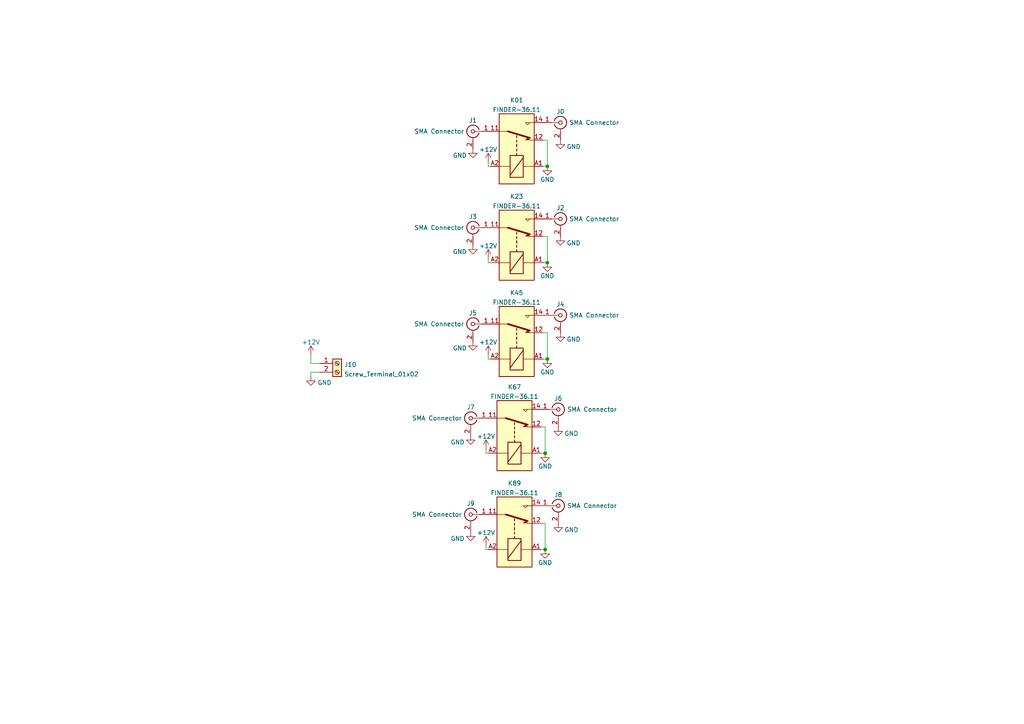
<source format=kicad_sch>
(kicad_sch (version 20211123) (generator eeschema)
  (paper "A4")
  (lib_symbols
    (symbol "Connector:Conn_Coaxial" (pin_names (offset 1.016) hide)
      (property "Reference" "J" (at 0.254 3.048 0))
      (property "Value" "SMA Connector" (at 2.921 0 90))
      (symbol "Conn_Coaxial_0_1"
        (arc (start -1.778 -0.508) (mid 0.222 -1.808) (end 1.778 0) (stroke (width 0.254)))
        (polyline (pts (xy -2.54 0) (xy -0.508 0)))
        (polyline (pts (xy 0 -2.54) (xy 0 -1.778)))
        (circle (center 0 0) (radius 0.508) (stroke (width 0.2032)))
        (arc (start 1.778 0) (mid 0.222 1.8083) (end -1.778 0.508) (stroke (width 0.254)))
      )
      (symbol "Conn_Coaxial_1_1"
        (pin passive line (at -5.08 0 0) (length 2.54) (name "In") (number "1"))
        (pin passive line (at 0 -5.08 90) (length 2.54) (name "Ext") (number "2"))
      )
    )
    (symbol "Connector:Screw_Terminal_01x02" (pin_names (offset 1.016) hide)
      (property "Reference" "J" (at 0 2.54 0))
      (property "Value" "Screw_Terminal_01x02" (at 0 -5.08 0))
      (symbol "Screw_Terminal_01x02_1_1"
        (rectangle (start -1.27 1.27) (end 1.27 -3.81) (stroke (width 0.254)) (fill (type background)))
        (circle (center 0 -2.54) (radius 0.635) (stroke (width 0.1524)))
        (polyline (pts (xy -0.5334 -2.2098) (xy 0.3302 -3.048)) (stroke (width 0.1524)))
        (polyline (pts (xy -0.5334 0.3302) (xy 0.3302 -0.508)) (stroke (width 0.1524)))
        (polyline (pts (xy -0.3556 -2.032) (xy 0.508 -2.8702)) (stroke (width 0.1524)))
        (polyline (pts (xy -0.3556 0.508) (xy 0.508 -0.3302)) (stroke (width 0.1524)))
        (circle (center 0 0) (radius 0.635) (stroke (width 0.1524)))
        (pin passive line (at -5.08 0 0) (length 3.81) (name "Pin_1") (number "1"))
        (pin passive line (at -5.08 -2.54 0) (length 3.81) (name "Pin_2") (number "2"))
      )
    )
    (symbol "Relay:FINDER-36.11"
      (property "Reference" "K" (at 11.43 3.81 0))
      (property "Value" "FINDER-36.11" (at 11.43 1.27 0))
      (symbol "FINDER-36.11_0_0"
        (polyline (pts (xy 2.54 3.81) (xy 2.54 5.08)))
        (polyline (pts (xy 7.62 3.81) (xy 7.62 5.08)))
        (polyline (pts (xy 7.62 3.81) (xy 7.62 2.54) (xy 6.985 3.175) (xy 7.62 3.81)))
      )
      (symbol "FINDER-36.11_0_1"
        (rectangle (start -10.16 5.08) (end 10.16 -5.08) (stroke (width 0.254)) (fill (type background)))
        (rectangle (start -8.255 1.905) (end -1.905 -1.905) (stroke (width 0.254)))
        (polyline (pts (xy -7.62 -1.905) (xy -2.54 1.905)) (stroke (width 0.254)))
        (polyline (pts (xy -5.08 -5.08) (xy -5.08 -1.905)))
        (polyline (pts (xy -5.08 5.08) (xy -5.08 1.905)))
        (polyline (pts (xy -1.905 0) (xy -1.27 0)) (stroke (width 0.254)))
        (polyline (pts (xy -0.635 0) (xy 0 0)) (stroke (width 0.254)))
        (polyline (pts (xy 0.635 0) (xy 1.27 0)) (stroke (width 0.254)))
        (polyline (pts (xy 0.635 0) (xy 1.27 0)) (stroke (width 0.254)))
        (polyline (pts (xy 1.905 0) (xy 2.54 0)) (stroke (width 0.254)))
        (polyline (pts (xy 3.175 0) (xy 3.81 0)) (stroke (width 0.254)))
        (polyline (pts (xy 5.08 -2.54) (xy 3.175 3.81)) (stroke (width 0.508)))
        (polyline (pts (xy 5.08 -2.54) (xy 5.08 -5.08)))
        (polyline (pts (xy 2.54 2.54) (xy 3.175 3.175) (xy 2.54 3.81)) (fill (type outline)))
      )
      (symbol "FINDER-36.11_1_1"
        (pin passive line (at 5.08 -7.62 90) (length 2.54) (name "~") (number "11"))
        (pin passive line (at 2.54 7.62 270) (length 2.54) (name "~") (number "12"))
        (pin passive line (at 7.62 7.62 270) (length 2.54) (name "~") (number "14"))
        (pin passive line (at -5.08 7.62 270) (length 2.54) (name "~") (number "A1"))
        (pin passive line (at -5.08 -7.62 90) (length 2.54) (name "~") (number "A2"))
      )
    )
    (symbol "power:+12V" (power) (pin_names (offset 0))
      (property "Value" "+12V" (at 0 3.556 0))
      (symbol "+12V_0_1"
        (polyline (pts (xy -0.762 1.27) (xy 0 2.54)))
        (polyline (pts (xy 0 0) (xy 0 2.54)))
        (polyline (pts (xy 0 2.54) (xy 0.762 1.27)))
      )
      (symbol "+12V_1_1"
        (pin power_in line (at 0 0 90) (length 0) hide (name "+12V") (number "1"))
      )
    )
    (symbol "power:GND" (power) (pin_names (offset 0))
      (property "Value" "GND" (at 0 -3.81 0))
      (symbol "GND_0_1"
        (polyline (pts (xy 0 0) (xy 0 -1.27) (xy 1.27 -1.27) (xy 0 -2.54) (xy -1.27 -1.27) (xy 0 -1.27)))
      )
      (symbol "GND_1_1"
        (pin power_in line (at 0 0 270) (length 0) hide (name "GND") (number "1"))
      )
    )
  )
  (junction (at 158.75 76.2))
  (junction (at 158.115 131.445))
  (junction (at 158.115 159.385))
  (junction (at 158.75 48.26))
  (junction (at 158.75 104.14))
  (wire (pts (xy 158.115 123.825) (xy 158.115 131.445)))
  (wire (pts (xy 92.71 105.41) (xy 90.17 105.41)))
  (wire (pts (xy 141.605 46.99) (xy 141.605 48.26)))
  (wire (pts (xy 156.845 123.825) (xy 158.115 123.825)))
  (wire (pts (xy 156.845 131.445) (xy 158.115 131.445)))
  (wire (pts (xy 140.97 131.445) (xy 141.605 131.445)))
  (wire (pts (xy 157.48 48.26) (xy 158.75 48.26)))
  (wire (pts (xy 157.48 76.2) (xy 158.75 76.2)))
  (wire (pts (xy 140.97 159.385) (xy 141.605 159.385)))
  (wire (pts (xy 140.97 130.175) (xy 140.97 131.445)))
  (wire (pts (xy 157.48 68.58) (xy 158.75 68.58)))
  (wire (pts (xy 90.17 107.95) (xy 90.17 109.22)))
  (wire (pts (xy 141.605 104.14) (xy 142.24 104.14)))
  (wire (pts (xy 141.605 48.26) (xy 142.24 48.26)))
  (wire (pts (xy 156.845 159.385) (xy 158.115 159.385)))
  (wire (pts (xy 141.605 76.2) (xy 142.24 76.2)))
  (wire (pts (xy 157.48 96.52) (xy 158.75 96.52)))
  (wire (pts (xy 141.605 102.87) (xy 141.605 104.14)))
  (wire (pts (xy 90.17 102.87) (xy 90.17 105.41)))
  (wire (pts (xy 158.75 68.58) (xy 158.75 76.2)))
  (wire (pts (xy 158.75 96.52) (xy 158.75 104.14)))
  (wire (pts (xy 156.845 151.765) (xy 158.115 151.765)))
  (wire (pts (xy 158.75 40.64) (xy 158.75 48.26)))
  (wire (pts (xy 157.48 40.64) (xy 158.75 40.64)))
  (wire (pts (xy 141.605 74.93) (xy 141.605 76.2)))
  (wire (pts (xy 158.115 151.765) (xy 158.115 159.385)))
  (wire (pts (xy 140.97 158.115) (xy 140.97 159.385)))
  (wire (pts (xy 92.71 107.95) (xy 90.17 107.95)))
  (wire (pts (xy 157.48 104.14) (xy 158.75 104.14)))
  (symbol (lib_id "power:GND") (at 162.56 68.58 0) (mirror y) (unit 1)
    (property "Reference" "#PWR05" (effects hide))
    (property "Value" "GND" (at 166.37 70.485 0))
  )
  (symbol (lib_id "Relay:FINDER-36.11") (at 149.225 154.305 270) (mirror x) (unit 1)
    (property "Reference" "K89" (at 149.225 140.1785 90))
    (property "Value" "FINDER-36.11" (at 149.225 142.9536 90))
    (property "Footprint" "Relay_THT:Relay_SPDT_Finder_36.11" (effects hide))
    (property "Datasheet" "https://gfinder.findernet.com/public/attachments/36/EN/S36EN.pdf" (effects hide))
  )
  (symbol (lib_id "power:GND") (at 158.75 104.14 0) (unit 1)
    (property "Reference" "#PWR013" (effects hide))
    (property "Value" "GND" (at 158.75 107.95 0))
  )
  (symbol (lib_id "power:GND") (at 158.115 131.445 0) (unit 1)
    (property "Reference" "#PWR018" (effects hide))
    (property "Value" "GND" (at 158.115 135.255 0))
  )
  (symbol (lib_id "power:GND") (at 161.925 151.765 0) (mirror y) (unit 1)
    (property "Reference" "#PWR019" (effects hide))
    (property "Value" "GND" (at 165.735 153.67 0))
  )
  (symbol (lib_id "Relay:FINDER-36.11") (at 149.86 99.06 270) (mirror x) (unit 1)
    (property "Reference" "K45" (at 149.86 84.9335 90))
    (property "Value" "FINDER-36.11" (at 149.86 87.7086 90))
    (property "Footprint" "Relay_THT:Relay_SPDT_Finder_36.11" (effects hide))
    (property "Datasheet" "https://gfinder.findernet.com/public/attachments/36/EN/S36EN.pdf" (effects hide))
  )
  (symbol (lib_id "power:+12V") (at 141.605 74.93 0) (unit 1)
    (property "Reference" "#PWR07" (effects hide))
    (property "Value" "+12V" (at 141.605 71.3255 0))
  )
  (symbol (lib_id "power:GND") (at 137.16 43.18 0) (unit 1)
    (property "Reference" "#PWR02" (effects hide))
    (property "Value" "GND" (at 133.35 45.085 0))
  )
  (symbol (lib_id "power:+12V") (at 140.97 130.175 0) (unit 1)
    (property "Reference" "#PWR017" (effects hide))
    (property "Value" "+12V" (at 140.97 126.5705 0))
  )
  (symbol (lib_id "power:GND") (at 136.525 126.365 0) (unit 1)
    (property "Reference" "#PWR016" (effects hide))
    (property "Value" "GND" (at 132.715 128.27 0))
  )
  (symbol (lib_id "power:+12V") (at 141.605 46.99 0) (unit 1)
    (property "Reference" "#PWR03" (effects hide))
    (property "Value" "+12V" (at 141.605 43.3855 0))
  )
  (symbol (lib_id "Connector:Conn_Coaxial") (at 136.525 121.285 0) (mirror y) (unit 1)
    (property "Reference" "J7" (at 136.525 118.11 0))
    (property "Value" "SMA Connector" (at 133.985 121.285 0) (effects (justify left)))
    (property "Footprint" "Connector_Coaxial:SMA_Amphenol_132203-12_Horizontal" (effects hide))
    (property "Datasheet" " ~" (effects hide))
  )
  (symbol (lib_id "Connector:Conn_Coaxial") (at 136.525 149.225 0) (mirror y) (unit 1)
    (property "Reference" "J9" (at 136.525 146.05 0))
    (property "Value" "SMA Connector" (at 133.985 149.225 0) (effects (justify left)))
    (property "Footprint" "Connector_Coaxial:SMA_Amphenol_132203-12_Horizontal" (effects hide))
    (property "Datasheet" " ~" (effects hide))
  )
  (symbol (lib_id "power:+12V") (at 141.605 102.87 0) (unit 1)
    (property "Reference" "#PWR012" (effects hide))
    (property "Value" "+12V" (at 141.605 99.2655 0))
  )
  (symbol (lib_id "Connector:Conn_Coaxial") (at 137.16 93.98 0) (mirror y) (unit 1)
    (property "Reference" "J5" (at 137.16 90.805 0))
    (property "Value" "SMA Connector" (at 134.62 93.98 0) (effects (justify left)))
    (property "Footprint" "Connector_Coaxial:SMA_Amphenol_132203-12_Horizontal" (effects hide))
    (property "Datasheet" " ~" (effects hide))
  )
  (symbol (lib_id "power:GND") (at 137.16 71.12 0) (unit 1)
    (property "Reference" "#PWR06" (effects hide))
    (property "Value" "GND" (at 133.35 73.025 0))
  )
  (symbol (lib_id "power:GND") (at 158.75 48.26 0) (unit 1)
    (property "Reference" "#PWR04" (effects hide))
    (property "Value" "GND" (at 158.75 52.07 0))
  )
  (symbol (lib_id "Connector:Conn_Coaxial") (at 137.16 66.04 0) (mirror y) (unit 1)
    (property "Reference" "J3" (at 137.16 62.865 0))
    (property "Value" "SMA Connector" (at 134.62 66.04 0) (effects (justify left)))
    (property "Footprint" "Connector_Coaxial:SMA_Amphenol_132203-12_Horizontal" (effects hide))
    (property "Datasheet" " ~" (effects hide))
  )
  (symbol (lib_id "Connector:Conn_Coaxial") (at 162.56 91.44 0) (unit 1)
    (property "Reference" "J4" (at 162.56 88.265 0))
    (property "Value" "SMA Connector" (at 165.1 91.44 0) (effects (justify left)))
    (property "Footprint" "Connector_Coaxial:SMA_Amphenol_132203-12_Horizontal" (effects hide))
    (property "Datasheet" " ~" (effects hide))
  )
  (symbol (lib_id "power:GND") (at 137.16 99.06 0) (unit 1)
    (property "Reference" "#PWR010" (effects hide))
    (property "Value" "GND" (at 133.35 100.965 0))
  )
  (symbol (lib_id "Connector:Conn_Coaxial") (at 162.56 35.56 0) (unit 1)
    (property "Reference" "J0" (at 162.56 32.385 0))
    (property "Value" "SMA Connector" (at 165.1 35.56 0) (effects (justify left)))
    (property "Footprint" "Connector_Coaxial:SMA_Amphenol_132203-12_Horizontal" (effects hide))
    (property "Datasheet" " ~" (effects hide))
  )
  (symbol (lib_id "Connector:Screw_Terminal_01x02") (at 97.79 105.41 0) (unit 1)
    (property "Reference" "J10" (at 99.822 105.7715 0) (effects (justify left)))
    (property "Value" "Screw_Terminal_01x02" (at 99.822 108.5466 0) (effects (justify left)))
    (property "Footprint" "TerminalBlock_Phoenix:TerminalBlock_Phoenix_MKDS-1,5-2_1x02_P5.00mm_Horizontal" (effects hide))
  )
  (symbol (lib_id "power:GND") (at 158.75 76.2 0) (unit 1)
    (property "Reference" "#PWR08" (effects hide))
    (property "Value" "GND" (at 158.75 80.01 0))
  )
  (symbol (lib_id "power:GND") (at 161.925 123.825 0) (mirror y) (unit 1)
    (property "Reference" "#PWR015" (effects hide))
    (property "Value" "GND" (at 165.735 125.73 0))
  )
  (symbol (lib_id "Relay:FINDER-36.11") (at 149.225 126.365 270) (mirror x) (unit 1)
    (property "Reference" "K67" (at 149.225 112.2385 90))
    (property "Value" "FINDER-36.11" (at 149.225 115.0136 90))
    (property "Footprint" "Relay_THT:Relay_SPDT_Finder_36.11" (effects hide))
    (property "Datasheet" "https://gfinder.findernet.com/public/attachments/36/EN/S36EN.pdf" (effects hide))
  )
  (symbol (lib_id "power:+12V") (at 140.97 158.115 0) (unit 1)
    (property "Reference" "#PWR021" (effects hide))
    (property "Value" "+12V" (at 140.97 154.5105 0))
  )
  (symbol (lib_id "Connector:Conn_Coaxial") (at 161.925 118.745 0) (unit 1)
    (property "Reference" "J6" (at 161.925 115.57 0))
    (property "Value" "SMA Connector" (at 164.465 118.745 0) (effects (justify left)))
    (property "Footprint" "Connector_Coaxial:SMA_Amphenol_132203-12_Horizontal" (effects hide))
    (property "Datasheet" " ~" (effects hide))
  )
  (symbol (lib_id "power:GND") (at 158.115 159.385 0) (unit 1)
    (property "Reference" "#PWR022" (effects hide))
    (property "Value" "GND" (at 158.115 163.195 0))
  )
  (symbol (lib_id "power:GND") (at 162.56 96.52 0) (mirror y) (unit 1)
    (property "Reference" "#PWR09" (effects hide))
    (property "Value" "GND" (at 166.37 98.425 0))
  )
  (symbol (lib_id "Relay:FINDER-36.11") (at 149.86 71.12 270) (mirror x) (unit 1)
    (property "Reference" "K23" (at 149.86 56.9935 90))
    (property "Value" "FINDER-36.11" (at 149.86 59.7686 90))
    (property "Footprint" "Relay_THT:Relay_SPDT_Finder_36.11" (effects hide))
    (property "Datasheet" "https://gfinder.findernet.com/public/attachments/36/EN/S36EN.pdf" (effects hide))
  )
  (symbol (lib_id "power:+12V") (at 90.17 102.87 0) (unit 1)
    (property "Reference" "#PWR011" (effects hide))
    (property "Value" "+12V" (at 90.17 99.2655 0))
  )
  (symbol (lib_id "Connector:Conn_Coaxial") (at 161.925 146.685 0) (unit 1)
    (property "Reference" "J8" (at 161.925 143.51 0))
    (property "Value" "SMA Connector" (at 164.465 146.685 0) (effects (justify left)))
    (property "Footprint" "Connector_Coaxial:SMA_Amphenol_132203-12_Horizontal" (effects hide))
    (property "Datasheet" " ~" (effects hide))
  )
  (symbol (lib_id "power:GND") (at 136.525 154.305 0) (unit 1)
    (property "Reference" "#PWR020" (effects hide))
    (property "Value" "GND" (at 132.715 156.21 0))
  )
  (symbol (lib_id "power:GND") (at 162.56 40.64 0) (mirror y) (unit 1)
    (property "Reference" "#PWR01" (effects hide))
    (property "Value" "GND" (at 166.37 42.545 0))
  )
  (symbol (lib_id "Relay:FINDER-36.11") (at 149.86 43.18 270) (mirror x) (unit 1)
    (property "Reference" "K01" (at 149.86 29.0535 90))
    (property "Value" "FINDER-36.11" (at 149.86 31.8286 90))
    (property "Footprint" "Relay_THT:Relay_SPDT_Finder_36.11" (effects hide))
    (property "Datasheet" "https://gfinder.findernet.com/public/attachments/36/EN/S36EN.pdf" (effects hide))
  )
  (symbol (lib_id "Connector:Conn_Coaxial") (at 137.16 38.1 0) (mirror y) (unit 1)
    (property "Reference" "J1" (at 137.16 34.925 0))
    (property "Value" "SMA Connector" (at 134.62 38.1 0) (effects (justify left)))
    (property "Footprint" "Connector_Coaxial:SMA_Amphenol_132203-12_Horizontal" (effects hide))
    (property "Datasheet" " ~" (effects hide))
  )
  (symbol (lib_id "Connector:Conn_Coaxial") (at 162.56 63.5 0) (unit 1)
    (property "Reference" "J2" (at 162.56 60.325 0))
    (property "Value" "SMA Connector" (at 165.1 63.5 0) (effects (justify left)))
    (property "Footprint" "Connector_Coaxial:SMA_Amphenol_132203-12_Horizontal" (effects hide))
    (property "Datasheet" " ~" (effects hide))
  )
  (symbol (lib_id "power:GND") (at 90.17 109.22 0) (unit 1)
    (property "Reference" "#PWR014" (effects hide))
    (property "Value" "GND" (at 92.075 110.969 0) (effects (justify left)))
  )
)
</source>
